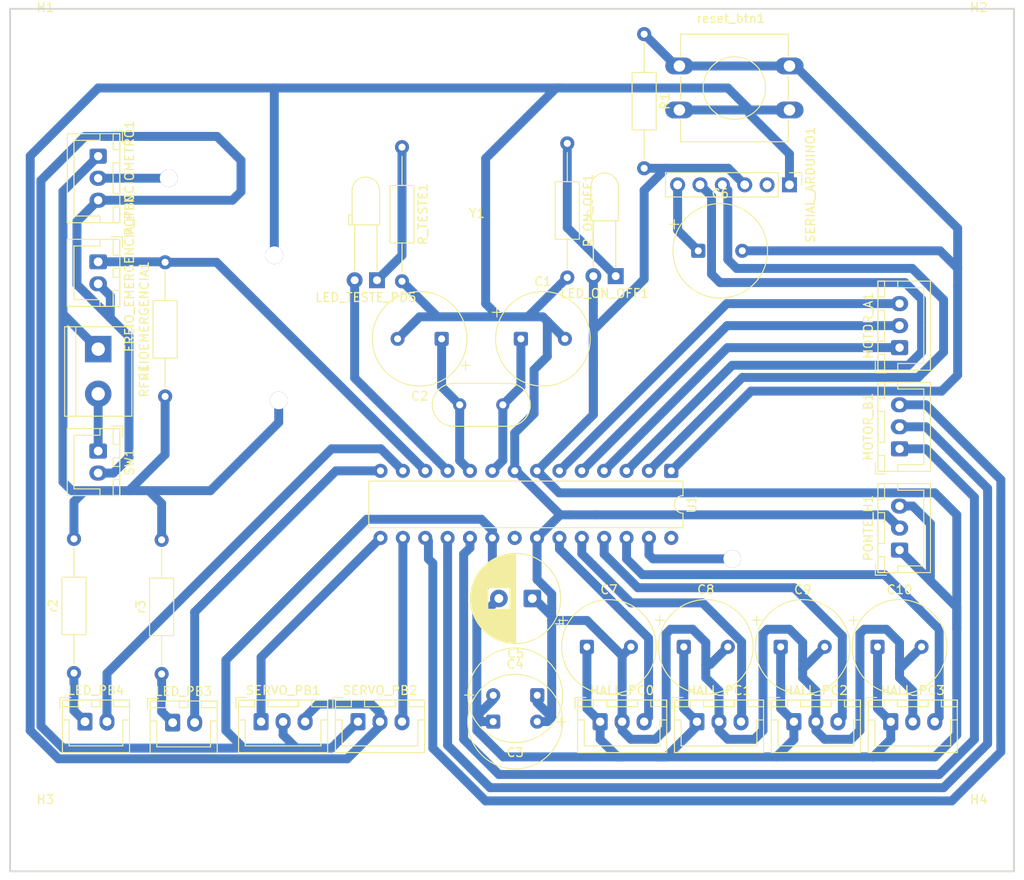
<source format=kicad_pcb>
(kicad_pcb (version 20241229) (generator "pcbnew") (generator_version "9.0")
  (layers (0 "F.Cu" signal) (2 "B.Cu" signal) (13 "F.Paste" user) (15 "B.Paste" user) (5 "F.SilkS" user "F.Silkscreen") (7 "B.SilkS" user "B.Silkscreen") (1 "F.Mask" user) (3 "B.Mask" user) (25 "Edge.Cuts" user))
  (net 0 "")
  (net 1 "VCC")
  (net 2 "GND")
  (net 3 "Net-(LED_PB4-K)")
  (net 4 "PINO_RESET")
  (net 5 "SVCC")
  (net 6 "Net-(LED_TESTE_PD5-K)")
  (net 7 "Net-(LED_ON_OFF1-K)")
  (net 8 "FREIO EMERGENCIA")
  (net 9 "Net-(LED_PB3-K)")
  (net 10 "SERVO1")
  (net 11 "RXD")
  (net 12 "PWM_MOTOR_1")
  (net 13 "HALL2")
  (net 14 "MOTOR B2")
  (net 15 "MOTOR A2")
  (net 16 "HALL3")
  (net 17 "MOTOR A1")
  (net 18 "POTENCIOMETRO")
  (net 19 "PWM_MOTOR_2")
  (net 20 "LED TESTE")
  (net 21 "HALL4")
  (net 22 "MOTOR B1")
  (net 23 "LED_VERDE_2")
  (net 24 "LED_VERDE_1")
  (net 25 "SERVO2")
  (net 26 "TXD")
  (net 27 "Net-(U1-XTAL1{slash}PB6)")
  (net 30 "HALL1")
  (net 31 "Net-(U1-XTAL2{slash}PB7)")
  (net 32 "Net-(SERIAL_ARDUINO1-Pin_6)")
  (footprint "MountingHole:MountingHole_3.2mm_M3" (layer "F.Cu") (at 279 122)
    (property "Reference" "H4")
    (property "Value" "MountingHole")
  )
  (footprint "MountingHole:MountingHole_3.2mm_M3" (layer "F.Cu") (at 173 122)
    (property "Reference" "H3")
    (property "Value" "MountingHole")
  )
  (footprint "Connector_JST:JST_XH_B2B-XH-A_1x02_P2.50mm_Vertical" (layer "F.Cu") (at 177.5 109)
    (property "Reference" "LED_PB4")
    (property "Value" "LED")
  )
  (footprint "Button_Switch_THT:SW_PUSH-12mm" (layer "F.Cu") (at 245 34.5)
    (property "Reference" "reset_btn1")
    (property "Value" "FREIO EMERGENCIA")
  )
  (footprint "Capacitor_THT:CP_Radial_Tantal_D10.5mm_P5.00mm" (layer "F.Cu") (at 218 65.5 180)
    (property "Reference" "C2")
    (property "Value" "22pF")
  )
  (footprint "Connector_JST:JST_XH_B3B-XH-A_1x03_P2.50mm_Vertical" (layer "F.Cu") (at 258 109)
    (property "Reference" "HALL_PC2")
    (property "Value" "Screw_Terminal_01x03")
  )
  (footprint "Package_DIP:DIP-28_W7.62mm" (layer "F.Cu") (at 244.08 80.5 -90)
    (property "Reference" "U1")
    (property "Value" "ATmega328P-P")
  )
  (footprint "Connector_JST:JST_XH_B2B-XH-A_1x02_P2.50mm_Vertical" (layer "F.Cu") (at 179 78.25 -90)
    (property "Reference" "SW1")
    (property "Value" "CHAVE ON/OFF")
  )
  (footprint "MountingHole:MountingHole_3.2mm_M3" (layer "F.Cu") (at 173 32)
    (property "Reference" "H1")
    (property "Value" "MountingHole")
  )
  (footprint "Resistor_THT:R_Axial_DIN0207_L6.3mm_D2.5mm_P15.24mm_Horizontal" (layer "F.Cu") (at 232.27 43.293291 -90)
    (property "Reference" "R_ON_OFF1")
    (property "Value" "RESISTOR LED ON OFF")
  )
  (footprint "Capacitor_THT:CP_Radial_Tantal_D10.5mm_P5.00mm" (layer "F.Cu") (at 247.141067 55.5)
    (property "Reference" "C6")
    (property "Value" "100nF")
  )
  (footprint "MountingHole:MountingHole_3.2mm_M3" (layer "F.Cu") (at 279 32)
    (property "Reference" "H2")
    (property "Value" "MountingHole")
  )
  (footprint "Connector_JST:JST_XH_B3B-XH-A_1x03_P2.50mm_Vertical" (layer "F.Cu") (at 247 109)
    (property "Reference" "HALL_PC1")
    (property "Value" "Screw_Terminal_01x03")
  )
  (footprint "Connector_JST:JST_XH_B3B-XH-A_1x03_P2.50mm_Vertical" (layer "F.Cu") (at 270 66.5 90)
    (property "Reference" "MOTOR_A1")
    (property "Value" "Screw_Terminal_01x03")
  )
  (footprint "TerminalBlock:TerminalBlock_bornier-2_P5.08mm" (layer "F.Cu") (at 179 66.67 -90)
    (property "Reference" "J1")
    (property "Value" "ENTRADA ENERGIA 5V")
  )
  (footprint "Capacitor_THT:CP_Radial_Tantal_D10.5mm_P5.00mm" (layer "F.Cu") (at 227 65.5)
    (property "Reference" "C1")
    (property "Value" "22pF")
  )
  (footprint "Resistor_THT:R_Axial_DIN0207_L6.3mm_D2.5mm_P15.24mm_Horizontal" (layer "F.Cu") (at 176.25 103.47 90)
    (property "Reference" "r2")
    (property "Value" "RESISTOR LED ON OFF")
  )
  (footprint "Resistor_THT:R_Axial_DIN0207_L6.3mm_D2.5mm_P15.24mm_Horizontal" (layer "F.Cu") (at 213.5 43.719065 -90)
    (property "Reference" "R_TESTE1")
    (property "Value" "RESISTOR LED TESTE")
  )
  (footprint "Connector_JST:JST_XH_B3B-XH-A_1x03_P2.50mm_Vertical" (layer "F.Cu") (at 197.5 109)
    (property "Reference" "SERVO_PB1")
    (property "Value" "Motor_Servo")
  )
  (footprint "Capacitor_THT:CP_Radial_Tantal_D10.5mm_P5.00mm" (layer "F.Cu") (at 256.5 100.5)
    (property "Reference" "C9")
    (property "Value" "100nF")
  )
  (footprint "Resistor_THT:R_Axial_DIN0207_L6.3mm_D2.5mm_P15.24mm_Horizontal" (layer "F.Cu") (at 186.60102 72.043062 90)
    (property "Reference" "RFREIOEMERGENCIA1")
    (property "Value" "10K")
  )
  (footprint "LED_THT:LED_D3.0mm_Horizontal_O6.35mm_Z2.0mm" (layer "F.Cu") (at 237.77 58.375 180)
    (property "Reference" "LED_ON_OFF1")
    (property "Value" "LED ARDUINO ON OFF")
  )
  (footprint "Connector_JST:JST_XH_B3B-XH-A_1x03_P2.50mm_Vertical" (layer "F.Cu") (at 270 89.5 90)
    (property "Reference" "PONTE_H1")
    (property "Value" "Screw_Terminal_01x03")
  )
  (footprint "LED_THT:LED_D3.0mm_Horizontal_O6.35mm_Z2.0mm" (layer "F.Cu") (at 210.662202 58.837798 180)
    (property "Reference" "LED_TESTE_PD5")
    (property "Value" "LED")
  )
  (footprint "Connector_PinHeader_2.54mm:PinHeader_1x06_P2.54mm_Vertical" (layer "F.Cu") (at 257.5 48 -90)
    (property "Reference" "SERIAL_ARDUINO1")
    (property "Value" "Screw_Terminal_01x06")
  )
  (footprint "Connector_JST:JST_XH_B3B-XH-A_1x03_P2.50mm_Vertical" (layer "F.Cu") (at 179 44.75 -90)
    (property "Reference" "POTENCIOMETRO1")
    (property "Value" "Screw_Terminal_01x03")
  )
  (footprint "Capacitor_THT:CP_Radial_Tantal_D10.5mm_P5.00mm" (layer "F.Cu") (at 228.858934 106 180)
    (property "Reference" "C3")
    (property "Value" "100nF")
  )
  (footprint "Resistor_THT:R_Axial_DIN0207_L6.3mm_D2.5mm_P15.24mm_Horizontal" (layer "F.Cu") (at 241 30.88 -90)
    (property "Reference" "R1")
    (property "Value" "10K")
  )
  (footprint "Capacitor_THT:CP_Radial_Tantal_D10.5mm_P5.00mm" (layer "F.Cu") (at 245.5 100.5)
    (property "Reference" "C8")
    (property "Value" "100nF")
  )
  (footprint "Connector_JST:JST_XH_B2B-XH-A_1x02_P2.50mm_Vertical" (layer "F.Cu") (at 179 56.75 -90)
    (property "Reference" "FREIO_EMERGENCIA_PB0")
    (property "Value" "FREIO EMERGENCIA")
  )
  (footprint "Connector_JST:JST_XH_B3B-XH-A_1x03_P2.50mm_Vertical" (layer "F.Cu") (at 236 109)
    (property "Reference" "HALL_PC0")
    (property "Value" "Screw_Terminal_01x03")
  )
  (footprint "Resistor_THT:R_Axial_DIN0207_L6.3mm_D2.5mm_P15.24mm_Horizontal" (layer "F.Cu") (at 186.207795 103.577829 90)
    (property "Reference" "r3")
    (property "Value" "RESISTOR LED ON OFF")
  )
  (footprint "Connector_JST:JST_XH_B2B-XH-A_1x02_P2.50mm_Vertical" (layer "F.Cu") (at 187.457795 109.107829)
    (property "Reference" "LED_PB3")
    (property "Value" "LED")
  )
  (footprint "Connector_JST:JST_XH_B3B-XH-A_1x03_P2.50mm_Vertical" (layer "F.Cu") (at 269 109)
    (property "Reference" "HALL_PC3")
    (property "Value" "Screw_Terminal_01x03")
  )
  (footprint "Crystal:Crystal_HC18-U_Vertical" (layer "F.Cu") (at 220.05 73)
    (property "Reference" "Y1")
    (property "Value" "Crystal")
  )
  (footprint "Capacitor_THT:CP_Radial_Tantal_D10.5mm_P5.00mm" (layer "F.Cu") (at 223.853625 108.990531)
    (property "Reference" "C4")
    (property "Value" "100nF")
  )
  (footprint "Connector_JST:JST_XH_B3B-XH-A_1x03_P2.50mm_Vertical" (layer "F.Cu") (at 208.5 109)
    (property "Reference" "SERVO_PB2")
    (property "Value" "Motor_Servo")
  )
  (footprint "Connector_JST:JST_XH_B3B-XH-A_1x03_P2.50mm_Vertical" (layer "F.Cu") (at 270 78 90)
    (property "Reference" "MOTOR_B1")
    (property "Value" "Screw_Terminal_01x03")
  )
  (footprint "Capacitor_THT:CP_Radial_Tantal_D10.5mm_P5.00mm" (layer "F.Cu") (at 234.5 100.5)
    (property "Reference" "C7")
    (property "Value" "100nF")
  )
  (footprint "Capacitor_THT:CP_Radial_D10.0mm_P3.80mm" (layer "F.Cu") (at 228.3 95 180)
    (property "Reference" "C5")
    (property "Value" "10uF")
  )
  (footprint "Capacitor_THT:CP_Radial_Tantal_D10.5mm_P5.00mm" (layer "F.Cu") (at 267.5 100.5)
    (property "Reference" "C10")
    (property "Value" "100nF")
  )
  (gr_rect (start 169 28) (end 283 126) (stroke (width 0.2)) (fill no) (layer "Edge.Cuts"))
  (segment (start 179 71.75) (end 179 78.25) (width 1.016) (layer "B.Cu") (net 1))
  (via (at 199 56) (size 2) (drill 2) (layers "F.Cu" "B.Cu") (net 2))
  (via (at 199.5 72.5) (size 2) (drill 2) (layers "F.Cu" "B.Cu") (net 2))
  (segment (start 199 37) (end 199 56) (width 1.016) (layer "B.Cu") (net 2))
  (segment (start 249.5 110) (end 250.5 111) (width 1.016) (layer "B.Cu") (net 2))
  (segment (start 210 107) (end 211 108) (width 1.016) (layer "B.Cu") (net 2))
  (segment (start 230 67.5) (end 230 63.5) (width 1.016) (layer "B.Cu") (net 2))
  (segment (start 231 37) (end 231.5 37) (width 1.016) (layer "B.Cu") (net 2))
  (segment (start 228.5 69) (end 228.5 74) (width 1.016) (layer "B.Cu") (net 2))
  (segment (start 226.46 80.5) (end 231.46 85.5) (width 1.016) (layer "B.Cu") (net 2))
  (segment (start 228.5 74) (end 226.3 76.2) (width 1.016) (layer "B.Cu") (net 2))
  (segment (start 174.495902 113.217) (end 171.283 110.004098) (width 1.016) (layer "B.Cu") (net 2))
  (segment (start 229 63) (end 228 63) (width 1.016) (layer "B.Cu") (net 2))
  (segment (start 265.5 99) (end 266 98.5) (width 1.016) (layer "B.Cu") (net 2))
  (segment (start 238.5 101.5) (end 239.5 100.5) (width 1.016) (layer "B.Cu") (net 2))
  (segment (start 248.5 102.5) (end 250.5 100.5) (width 1.016) (layer "B.Cu") (net 2))
  (segment (start 259 104) (end 259.75 104.75) (width 1.016) (layer "B.Cu") (net 2))
  (segment (start 213.5 58.959065) (end 217.5 62.959065) (width 1.016) (layer "B.Cu") (net 2))
  (segment (start 253 40) (end 257.5 44.5) (width 1.016) (layer "B.Cu") (net 2))
  (segment (start 228.5 69) (end 230 67.5) (width 1.016) (layer "B.Cu") (net 2))
  (segment (start 176 82.75) (end 177.5 82.75) (width 1.016) (layer "B.Cu") (net 2))
  (segment (start 223 61.5) (end 223 45) (width 1.016) (layer "B.Cu") (net 2))
  (segment (start 171.283 44.717) (end 179 37) (width 1.016) (layer "B.Cu") (net 2))
  (segment (start 211 108) (end 211 109) (width 1.016) (layer "B.Cu") (net 2))
  (segment (start 255 98.5) (end 257.5 98.5) (width 1.016) (layer "B.Cu") (net 2))
  (segment (start 257.5 44.5) (end 257.5 48) (width 1.016) (layer "B.Cu") (net 2))
  (segment (start 230.5 108.5) (end 230.5 97.5) (width 1.016) (layer "B.Cu") (net 2))
  (segment (start 248 102.5) (end 248 104) (width 1.016) (layer "B.Cu") (net 2))
  (segment (start 248 100) (end 248 102.5) (width 1.016) (layer "B.Cu") (net 2))
  (segment (start 270 100) (end 270 102) (width 1.016) (layer "B.Cu") (net 2))
  (segment (start 243.5 99) (end 244 98.5) (width 1.016) (layer "B.Cu") (net 2))
  (segment (start 257.5 98.5) (end 259 100) (width 1.016) (layer "B.Cu") (net 2))
  (segment (start 211 109.5) (end 207.283 113.217) (width 1.016) (layer "B.Cu") (net 2))
  (segment (start 228.84 88.12) (end 231.46 85.5) (width 1.016) (layer "B.Cu") (net 2))
  (segment (start 229.151646 61.651646) (end 228 62.803291) (width 1.016) (layer "B.Cu") (net 2))
  (segment (start 249 105) (end 249.5 105.5) (width 1.016) (layer "B.Cu") (net 2))
  (segment (start 244 98.5) (end 246.5 98.5) (width 1.016) (layer "B.Cu") (net 2))
  (segment (start 259 100) (end 259 102) (width 1.016) (layer "B.Cu") (net 2))
  (segment (start 182.5 82.75) (end 181 82.75) (width 1.016) (layer "B.Cu") (net 2))
  (segment (start 176.25 88.23) (end 176.25 84) (width 1.016) (layer "B.Cu") (net 2))
  (segment (start 248 104) (end 249 105) (width 1.016) (layer "B.Cu") (net 2))
  (segment (start 260.5 109) (end 260.5 110) (width 1.016) (layer "B.Cu") (net 2))
  (segment (start 217.5 62.959065) (end 217.5 63) (width 1.016) (layer "B.Cu") (net 2))
  (segment (start 171.283 110.004098) (end 171.283 44.717) (width 1.016) (layer "B.Cu") (net 2))
  (segment (start 268.5 98.5) (end 270 100) (width 1.016) (layer "B.Cu") (net 2))
  (segment (start 242.283 111) (end 243.5 109.783) (width 1.016) (layer "B.Cu") (net 2))
  (segment (start 261.5 111) (end 264.5 111) (width 1.016) (layer "B.Cu") (net 2))
  (segment (start 184.75 82.75) (end 183.5 82.75) (width 1.016) (layer "B.Cu") (net 2))
  (segment (start 272.5 100.5) (end 270 103) (width 1.016) (layer "B.Cu") (net 2))
  (segment (start 181 82.75) (end 177.5 82.75) (width 1.016) (layer "B.Cu") (net 2))
  (segment (start 175 62.67) (end 175 81.75) (width 1.016) (layer "B.Cu") (net 2))
  (segment (start 250.5 111) (end 253.5 111) (width 1.016) (layer "B.Cu") (net 2))
  (segment (start 228.5 95) (end 230.5 97) (width 1.016) (layer "B.Cu") (net 2))
  (segment (start 259.75 104.75) (end 260.5 105.5) (width 1.016) (layer "B.Cu") (net 2))
  (segment (start 199.5 75) (end 199.5 72.5) (width 1.016) (layer "B.Cu") (net 2))
  (segment (start 253 39.5) (end 245 39.5) (width 1.016) (layer "B.Cu") (net 2))
  (segment (start 230.5 94.5) (end 228.84 92.84) (width 1.016) (layer "B.Cu") (net 2))
  (segment (start 270 103.5) (end 270 104) (width 1.016) (layer "B.Cu") (net 2))
  (segment (start 238.5 110) (end 239.5 111) (width 1.016) (layer "B.Cu") (net 2))
  (segment (start 215.5 63) (end 213 65.5) (width 1.016) (layer "B.Cu") (net 2))
  (segment (start 228 62.803291) (end 228 63) (width 1.016) (layer "B.Cu") (net 2))
  (segment (start 228.858934 106.5) (end 228.858934 106.858934) (width 1.016) (layer "B.Cu") (net 2))
  (segment (start 230.5 97) (end 230.5 94.5) (width 1.016) (layer "B.Cu") (net 2))
  (segment (start 228.3 95) (end 228.5 95) (width 1.016) (layer "B.Cu") (net 2))
  (segment (start 230.5 97.5) (end 230.5 97) (width 1.016) (layer "B.Cu") (net 2))
  (segment (start 186.207795 84.207795) (end 184.75 82.75) (width 1.016) (layer "B.Cu") (net 2))
  (segment (start 259 102) (end 259 103) (width 1.016) (layer "B.Cu") (net 2))
  (segment (start 228 63) (end 223 63) (width 1.016) (layer "B.Cu") (net 2))
  (segment (start 217.5 63) (end 215.5 63) (width 1.016) (layer "B.Cu") (net 2))
  (segment (start 204 107) (end 210 107) (width 1.016) (layer "B.Cu") (net 2))
  (segment (start 234.5 97.5) (end 238.5 101.5) (width 1.016) (layer "B.Cu") (net 2))
  (segment (start 183.5 82.75) (end 191.75 82.75) (width 1.016) (layer "B.Cu") (net 2))
  (segment (start 249.5 105.5) (end 249.5 109) (width 1.016) (layer "B.Cu") (net 2))
  (segment (start 271.5 105.5) (end 271.5 109) (width 1.016) (layer "B.Cu") (net 2))
  (segment (start 270 102) (end 270 103.5) (width 1.016) (layer "B.Cu") (net 2))
  (segment (start 191.75 82.75) (end 199.5 75) (width 1.016) (layer "B.Cu") (net 2))
  (segment (start 186.60102 78.64898) (end 182.5 82.75) (width 1.016) (layer "B.Cu") (net 2))
  (segment (start 232.27 58.533291) (end 229.151646 61.651646) (width 1.016) (layer "B.Cu") (net 2))
  (segment (start 261.5 100.5) (end 259 103) (width 1.016) (layer "B.Cu") (net 2))
  (segment (start 254.495902 99.004098) (end 255 98.5) (width 1.016) (layer "B.Cu") (net 2))
  (segment (start 243.5 109.783) (end 243.5 99) (width 1.016) (layer "B.Cu") (net 2))
  (segment (start 231.46 85.5) (end 232.5 85.5) (width 1.016) (layer "B.Cu") (net 2))
  (segment (start 176.25 84) (end 177.5 82.75) (width 1.016) (layer "B.Cu") (net 2))
  (segment (start 224.5 63) (end 223 61.5) (width 1.016) (layer "B.Cu") (net 2))
  (segment (start 228.84 92.84) (end 228.84 88.12) (width 1.016) (layer "B.Cu") (net 2))
  (segment (start 249.5 109) (end 249.5 110) (width 1.016) (layer "B.Cu") (net 2))
  (segment (start 186.207795 88.337829) (end 186.207795 84.207795) (width 1.016) (layer "B.Cu") (net 2))
  (segment (start 230.009469 108.990531) (end 230.5 108.5) (width 1.016) (layer "B.Cu") (net 2))
  (segment (start 228.853625 108.990531) (end 230.009469 108.990531) (width 1.016) (layer "B.Cu") (net 2))
  (segment (start 175 62.67) (end 175 48.75) (width 1.016) (layer "B.Cu") (net 2))
  (segment (start 232.5 85.5) (end 235.5 85.5) (width 1.016) (layer "B.Cu") (net 2))
  (segment (start 270 104) (end 271.5 105.5) (width 1.016) (layer "B.Cu") (net 2))
  (segment (start 202.5 108.5) (end 204 107) (width 1.016) (layer "B.Cu") (net 2))
  (segment (start 260.5 110) (end 261.5 111) (width 1.016) (layer "B.Cu") (net 2))
  (segment (start 235.5 85.5) (end 268.5 85.5) (width 1.016) (layer "B.Cu") (net 2))
  (segment (start 253 39.5) (end 250.5 37) (width 1.016) (layer "B.Cu") (net 2))
  (segment (start 268.5 85.5) (end 270 87) (width 1.016) (layer "B.Cu") (net 2))
  (segment (start 179 37) (end 199 37) (width 1.016) (layer "B.Cu") (net 2))
  (segment (start 175 81.75) (end 176 82.75) (width 1.016) (layer "B.Cu") (net 2))
  (segment (start 239.5 111) (end 242.283 111) (width 1.016) (layer "B.Cu") (net 2))
  (segment (start 175 48.75) (end 179 44.75) (width 1.016) (layer "B.Cu") (net 2))
  (segment (start 259 103) (end 259 104) (width 1.016) (layer "B.Cu") (net 2))
  (segment (start 199 37) (end 231.5 37) (width 1.016) (layer "B.Cu") (net 2))
  (segment (start 232 65.5) (end 230 63.5) (width 1.016) (layer "B.Cu") (net 2))
  (segment (start 223 45) (end 231 37) (width 1.016) (layer "B.Cu") (net 2))
  (segment (start 238.5 109) (end 238.5 110) (width 1.016) (layer "B.Cu") (net 2))
  (segment (start 226.3 80.5) (end 226.46 80.5) (width 1.016) (layer "B.Cu") (net 2))
  (segment (start 246.5 98.5) (end 248 100) (width 1.016) (layer "B.Cu") (net 2))
  (segment (start 253 39.5) (end 253 40) (width 1.016) (layer "B.Cu") (net 2))
  (segment (start 183.5 82.75) (end 182.5 82.75) (width 1.016) (layer "B.Cu") (net 2))
  (segment (start 253.5 111) (end 254.495902 110.004098) (width 1.016) (layer "B.Cu") (net 2))
  (segment (start 270 103) (end 270 103.5) (width 1.016) (layer "B.Cu") (net 2))
  (segment (start 202.5 109) (end 202.5 108.5) (width 1.016) (layer "B.Cu") (net 2))
  (segment (start 266 98.5) (end 268.5 98.5) (width 1.016) (layer "B.Cu") (net 2))
  (segment (start 248 102.5) (end 248.5 102.5) (width 1.016) (layer "B.Cu") (net 2))
  (segment (start 257.5 39.5) (end 253 39.5) (width 1.016) (layer "B.Cu") (net 2))
  (segment (start 207.283 113.217) (end 174.495902 113.217) (width 1.016) (layer "B.Cu") (net 2))
  (segment (start 265.5 110) (end 265.5 99) (width 1.016) (layer "B.Cu") (net 2))
  (segment (start 211 109) (end 211 109.5) (width 1.016) (layer "B.Cu") (net 2))
  (segment (start 229.5 63) (end 229 63) (width 1.016) (layer "B.Cu") (net 2))
  (segment (start 254.495902 110.004098) (end 254.495902 99.004098) (width 1.016) (layer "B.Cu") (net 2))
  (segment (start 238.5 109) (end 238.5 101.5) (width 1.016) (layer "B.Cu") (net 2))
  (segment (start 223 63) (end 217.5 63) (width 1.016) (layer "B.Cu") (net 2))
  (segment (start 230.5 97.5) (end 234.5 97.5) (width 1.016) (layer "B.Cu") (net 2))
  (segment (start 231.5 37) (end 249 37) (width 1.016) (layer "B.Cu") (net 2))
  (segment (start 230 63.5) (end 229.5 63) (width 1.016) (layer "B.Cu") (net 2))
  (segment (start 226.3 76.2) (end 226.3 80.5) (width 1.016) (layer "B.Cu") (net 2))
  (segment (start 264.5 111) (end 265.5 110) (width 1.016) (layer "B.Cu") (net 2))
  (segment (start 250.5 37) (end 249 37) (width 1.016) (layer "B.Cu") (net 2))
  (segment (start 186.60102 72.043062) (end 186.60102 78.64898) (width 1.016) (layer "B.Cu") (net 2))
  (segment (start 228.858934 106.858934) (end 230.5 108.5) (width 1.016) (layer "B.Cu") (net 2))
  (segment (start 179 66.67) (end 175 62.67) (width 1.016) (layer "B.Cu") (net 2))
  (segment (start 260.5 105.5) (end 260.5 109) (width 1.016) (layer "B.Cu") (net 2))
  (segment (start 176.25 103.47) (end 176.25 107.75) (width 1.016) (layer "B.Cu") (net 3))
  (segment (start 176.25 107.75) (end 177.5 109) (width 1.016) (layer "B.Cu") (net 3))
  (segment (start 245 34.5) (end 244.62 34.5) (width 1.016) (layer "B.Cu") (net 4))
  (segment (start 245 34.5) (end 257.5 34.5) (width 1.016) (layer "B.Cu") (net 4))
  (segment (start 276.599 69.620684) (end 276.599 59.5) (width 1.016) (layer "B.Cu") (net 4))
  (segment (start 274.778684 71.441) (end 276.599 69.620684) (width 1.016) (layer "B.Cu") (net 4))
  (segment (start 257.5 34.5) (end 258.15 34.5) (width 1.016) (layer "B.Cu") (net 4))
  (segment (start 258.15 34.5) (end 276.599 52.949) (width 1.016) (layer "B.Cu") (net 4))
  (segment (start 244.62 34.5) (end 241 30.88) (width 1.016) (layer "B.Cu") (net 4))
  (segment (start 276.599 57.5) (end 276.599 59.5) (width 1.016) (layer "B.Cu") (net 4))
  (segment (start 253.139 71.441) (end 274.778684 71.441) (width 1.016) (layer "B.Cu") (net 4))
  (segment (start 244.08 80.5) (end 253.139 71.441) (width 1.016) (layer "B.Cu") (net 4))
  (segment (start 276.599 52.949) (end 276.599 57.5) (width 1.016) (layer "B.Cu") (net 4))
  (segment (start 252.141067 55.5) (end 274.599 55.5) (width 1.016) (layer "B.Cu") (net 4))
  (segment (start 274.599 55.5) (end 276.599 57.5) (width 1.016) (layer "B.Cu") (net 4))
  (segment (start 180.716 80.75) (end 179 80.75) (width 1.016) (layer "B.Cu") (net 5))
  (segment (start 201.5 112) (end 202 112) (width 1.016) (layer "B.Cu") (net 5))
  (segment (start 224.5 95) (end 222 97.5) (width 1.016) (layer "B.Cu") (net 5))
  (segment (start 225 113) (end 238.5 113) (width 1.016) (layer "B.Cu") (net 5))
  (segment (start 270 84.5) (end 271.5 84.5) (width 1.016) (layer "B.Cu") (net 5))
  (segment (start 234.42 74.92) (end 228.84 80.5) (width 1.016) (layer "B.Cu") (net 5))
  (segment (start 222 108.358934) (end 223.858934 106.5) (width 1.016) (layer "B.Cu") (net 5))
  (segment (start 236 111) (end 236 109) (width 1.016) (layer "B.Cu") (net 5))
  (segment (start 235.23 61.5) (end 235.23 64.5) (width 1.016) (layer "B.Cu") (net 5))
  (segment (start 195.5 112) (end 202 112) (width 1.016) (layer "B.Cu") (net 5))
  (segment (start 228.84 80.5) (end 231.34 83) (width 1.016) (layer "B.Cu") (net 5))
  (segment (start 223.76 88.12) (end 223.76 87.26) (width 1.016) (layer "B.Cu") (net 5))
  (segment (start 176.591644 59.341644) (end 180.375 63.125) (width 1.016) (layer "B.Cu") (net 5))
  (segment (start 172.5 109.5) (end 175 112) (width 1.016) (layer "B.Cu") (net 5))
  (segment (start 180.375 63.125) (end 182.5 65.25) (width 1.016) (layer "B.Cu") (net 5))
  (segment (start 245.5 100.5) (end 245.5 107.5) (width 1.016) (layer "B.Cu") (net 5))
  (segment (start 238 113) (end 236 111) (width 1.016) (layer "B.Cu") (net 5))
  (segment (start 176.591644 52.158356) (end 176.591644 59.341644) (width 1.016) (layer "B.Cu") (net 5))
  (segment (start 222.631597 108.990531) (end 223.853625 108.990531) (width 1.016) (layer "B.Cu") (net 5))
  (segment (start 267 113) (end 256 113) (width 1.016) (layer "B.Cu") (net 5))
  (segment (start 276.5 98.5) (end 276.5 110.5) (width 1.016) (layer "B.Cu") (net 5))
  (segment (start 238.5 113) (end 238 113) (width 1.016) (layer "B.Cu") (net 5))
  (segment (start 180.375 60.625) (end 180.375 63.125) (width 1.016) (layer "B.Cu") (net 5))
  (segment (start 200 109) (end 200 110.5) (width 1.016) (layer "B.Cu") (net 5))
  (segment (start 242.5 46.12) (end 241 46.12) (width 1.016) (layer "B.Cu") (net 5))
  (segment (start 250.54 46.12) (end 243.5 46.12) (width 1.016) (layer "B.Cu") (net 5))
  (segment (start 247 109.5) (end 243.5 113) (width 1.016) (layer "B.Cu") (net 5))
  (segment (start 179 49.75) (end 176.591644 52.158356) (width 1.016) (layer "B.Cu") (net 5))
  (segment (start 209.5 86) (end 193.5 102) (width 1.016) (layer "B.Cu") (net 5))
  (segment (start 175 112) (end 195.5 112) (width 1.016) (layer "B.Cu") (net 5))
  (segment (start 222 110) (end 225 113) (width 1.016) (layer "B.Cu") (net 5))
  (segment (start 205.5 112) (end 208.5 109) (width 1.016) (layer "B.Cu") (net 5))
  (segment (start 247 109) (end 247 109.5) (width 1.016) (layer "B.Cu") (net 5))
  (segment (start 195.217 45.217) (end 192.5 42.5) (width 1.016) (layer "B.Cu") (net 5))
  (segment (start 178.786842 59.25) (end 179 59.25) (width 1.016) (layer "B.Cu") (net 5))
  (segment (start 235.23 64.5) (end 235.23 68.5) (width 1.016) (layer "B.Cu") (net 5))
  (segment (start 235.23 74.11) (end 235.23 65.39) (width 1.016) (layer "B.Cu") (net 5))
  (segment (start 276.5 96) (end 276.5 98.5) (width 1.016) (layer "B.Cu") (net 5))
  (segment (start 258 109) (end 258 111) (width 1.016) (layer "B.Cu") (net 5))
  (segment (start 245.5 107.5) (end 247 109) (width 1.016) (layer "B.Cu") (net 5))
  (segment (start 182.5 65.25) (end 182.5 78.966) (width 1.016) (layer "B.Cu") (net 5))
  (segment (start 222 97.5) (end 222 108.358934) (width 1.016) (layer "B.Cu") (net 5))
  (segment (start 276.5 110.5) (end 274 113) (width 1.016) (layer "B.Cu") (net 5))
  (segment (start 234.5 100.5) (end 234.5 107.5) (width 1.016) (layer "B.Cu") (net 5))
  (segment (start 267.5 107.5) (end 269 109) (width 1.016) (layer "B.Cu") (net 5))
  (segment (start 195.217 48.783) (end 195.217 45.217) (width 1.016) (layer "B.Cu") (net 5))
  (segment (start 276.5 85.5) (end 276.5 98.5) (width 1.016) (layer "B.Cu") (net 5))
  (segment (start 267.5 100.5) (end 267.5 107.5) (width 1.016) (layer "B.Cu") (net 5))
  (segment (start 235.23 74.11) (end 234.42 74.92) (width 1.016) (layer "B.Cu") (net 5))
  (segment (start 223.76 92.74) (end 222 94.5) (width 1.016) (layer "B.Cu") (net 5))
  (segment (start 273.5 93) (end 276.5 96) (width 1.016) (layer "B.Cu") (net 5))
  (segment (start 241 58.73) (end 235.23 64.5) (width 1.016) (layer "B.Cu") (net 5))
  (segment (start 258 111) (end 256 113) (width 1.016) (layer "B.Cu") (net 5))
  (segment (start 274 83) (end 276.5 85.5) (width 1.016) (layer "B.Cu") (net 5))
  (segment (start 243.5 46.12) (end 241 48.62) (width 1.016) (layer "B.Cu") (net 5))
  (segment (start 182.5 78.966) (end 180.716 80.75) (width 1.016) (layer "B.Cu") (net 5))
  (segment (start 242.5 113) (end 238.5 113) (width 1.016) (layer "B.Cu") (net 5))
  (segment (start 222.5 86) (end 209.5 86) (width 1.016) (layer "B.Cu") (net 5))
  (segment (start 274 113) (end 267 113) (width 1.016) (layer "B.Cu") (net 5))
  (segment (start 256 113) (end 242.5 113) (width 1.016) (layer "B.Cu") (net 5))
  (segment (start 222 108.358934) (end 222 110) (width 1.016) (layer "B.Cu") (net 5))
  (segment (start 193.5 102) (end 193.5 110) (width 1.016) (layer "B.Cu") (net 5))
  (segment (start 224.5 95) (end 225 95) (width 1.016) (layer "B.Cu") (net 5))
  (segment (start 179 49.75) (end 194.25 49.75) (width 1.016) (layer "B.Cu") (net 5))
  (segment (start 252.42 48) (end 250.54 46.12) (width 1.016) (layer "B.Cu") (net 5))
  (segment (start 223.76 88.12) (end 223.76 92.74) (width 1.016) (layer "B.Cu") (net 5))
  (segment (start 243.5 46.12) (end 242.5 46.12) (width 1.016) (layer "B.Cu") (net 5))
  (segment (start 194.25 49.75) (end 195.217 48.783) (width 1.016) (layer "B.Cu") (net 5))
  (segment (start 223.76 87.26) (end 222.5 86) (width 1.016) (layer "B.Cu") (net 5))
  (segment (start 243.5 113) (end 242.5 113) (width 1.016) (layer "B.Cu") (net 5))
  (segment (start 241 48.62) (end 241 58.73) (width 1.016) (layer "B.Cu") (net 5))
  (segment (start 179 59.25) (end 180.375 60.625) (width 1.016) (layer "B.Cu") (net 5))
  (segment (start 235.23 68.5) (end 235.23 74.11) (width 1.016) (layer "B.Cu") (net 5))
  (segment (start 231.34 83) (end 274 83) (width 1.016) (layer "B.Cu") (net 5))
  (segment (start 222 94.5) (end 222 97.5) (width 1.016) (layer "B.Cu") (net 5))
  (segment (start 222 108.358934) (end 222.631597 108.990531) (width 1.016) (layer "B.Cu") (net 5))
  (segment (start 270 89.5) (end 276.5 96) (width 1.016) (layer "B.Cu") (net 5))
  (segment (start 235.23 58.375) (end 235.23 61.5) (width 1.016) (layer "B.Cu") (net 5))
  (segment (start 234.5 107.5) (end 236 109) (width 1.016) (layer "B.Cu") (net 5))
  (segment (start 200 110.5) (end 201.5 112) (width 1.016) (layer "B.Cu") (net 5))
  (segment (start 256.5 107.5) (end 258 109) (width 1.016) (layer "B.Cu") (net 5))
  (segment (start 172.5 47.5) (end 172.5 109.5) (width 1.016) (layer "B.Cu") (net 5))
  (segment (start 177.5 42.5) (end 172.5 47.5) (width 1.016) (layer "B.Cu") (net 5))
  (segment (start 193.5 110) (end 195.5 112) (width 1.016) (layer "B.Cu") (net 5))
  (segment (start 273.5 86.5) (end 273.5 93) (width 1.016) (layer "B.Cu") (net 5))
  (segment (start 269 111) (end 267 113) (width 1.016) (layer "B.Cu") (net 5))
  (segment (start 202 112) (end 205.5 112) (width 1.016) (layer "B.Cu") (net 5))
  (segment (start 256.5 100.5) (end 256.5 107.5) (width 1.016) (layer "B.Cu") (net 5))
  (segment (start 192.5 42.5) (end 177.5 42.5) (width 1.016) (layer "B.Cu") (net 5))
  (segment (start 269 109) (end 269 111) (width 1.016) (layer "B.Cu") (net 5))
  (segment (start 271.5 84.5) (end 273.5 86.5) (width 1.016) (layer "B.Cu") (net 5))
  (segment (start 213.5 43.719065) (end 213.5 56) (width 1.016) (layer "B.Cu") (net 6))
  (segment (start 213.5 56) (end 210.662202 58.837798) (width 1.016) (layer "B.Cu") (net 6))
  (segment (start 232.27 43.293291) (end 232.27 52.875) (width 1.016) (layer "B.Cu") (net 7))
  (segment (start 232.27 52.875) (end 237.77 58.375) (width 1.016) (layer "B.Cu") (net 7))
  (segment (start 186.547958 56.75) (end 186.60102 56.803062) (width 1.016) (layer "B.Cu") (net 8))
  (segment (start 192.443062 56.803062) (end 216.14 80.5) (width 1.016) (layer "B.Cu") (net 8))
  (segment (start 186.60102 56.803062) (end 192.443062 56.803062) (width 1.016) (layer "B.Cu") (net 8))
  (segment (start 179 56.75) (end 186.547958 56.75) (width 1.016) (layer "B.Cu") (net 8))
  (segment (start 186.207795 107.857829) (end 187.457795 109.107829) (width 1.016) (layer "B.Cu") (net 9))
  (segment (start 186.207795 103.577829) (end 186.207795 107.857829) (width 1.016) (layer "B.Cu") (net 9))
  (segment (start 197.5 109) (end 197.5 101.68) (width 1.016) (layer "B.Cu") (net 10))
  (segment (start 197.5 101.68) (end 211.06 88.12) (width 1.016) (layer "B.Cu") (net 10))
  (segment (start 239 80.5) (end 251 68.5) (width 1.016) (layer "B.Cu") (net 11))
  (segment (start 249.606451 59.106451) (end 248.650067 58.150067) (width 1.016) (layer "B.Cu") (net 11))
  (segment (start 272.5 67) (end 272.5 61) (width 1.016) (layer "B.Cu") (net 11))
  (segment (start 272.5 61) (end 270.606451 59.106451) (width 1.016) (layer "B.Cu") (net 11))
  (segment (start 270.606451 59.106451) (end 249.606451 59.106451) (width 1.016) (layer "B.Cu") (net 11))
  (segment (start 251 68.5) (end 271 68.5) (width 1.016) (layer "B.Cu") (net 11))
  (segment (start 248.650067 49.310067) (end 247.34 48) (width 1.016) (layer "B.Cu") (net 11))
  (segment (start 271 68.5) (end 272.5 67) (width 1.016) (layer "B.Cu") (net 11))
  (segment (start 248.650067 58.150067) (end 248.650067 49.310067) (width 1.016) (layer "B.Cu") (net 11))
  (segment (start 233.92 80.5) (end 250.42 64) (width 1.016) (layer "B.Cu") (net 12))
  (segment (start 250.42 64) (end 270 64) (width 1.016) (layer "B.Cu") (net 12))
  (segment (start 233.92 89.92) (end 239.5 95.5) (width 1.016) (layer "B.Cu") (net 13))
  (segment (start 239.5 95.5) (end 247.634049 95.5) (width 1.016) (layer "B.Cu") (net 13))
  (segment (start 252.067025 99.932975) (end 252.067025 108.932975) (width 1.016) (layer "B.Cu") (net 13))
  (segment (start 233.92 88.12) (end 233.92 89.92) (width 1.016) (layer "B.Cu") (net 13))
  (segment (start 247.634049 95.5) (end 252.067025 99.932975) (width 1.016) (layer "B.Cu") (net 13))
  (segment (start 252.067025 108.932975) (end 252 109) (width 1.016) (layer "B.Cu") (net 13))
  (segment (start 274.5 115) (end 278.5 111) (width 1.016) (layer "B.Cu") (net 14))
  (segment (start 221.22 88.12) (end 221.22 89.25137) (width 1.016) (layer "B.Cu") (net 14))
  (segment (start 278.5 111) (end 278.5 83.5) (width 1.016) (layer "B.Cu") (net 14))
  (segment (start 278.5 83.5) (end 273 78) (width 1.016) (layer "B.Cu") (net 14))
  (segment (start 221.22 89.25137) (end 220.5 89.97137) (width 1.016) (layer "B.Cu") (net 14))
  (segment (start 220.5 89.97137) (end 220.5 111) (width 1.016) (layer "B.Cu") (net 14))
  (segment (start 220.5 111) (end 224.5 115) (width 1.016) (layer "B.Cu") (net 14))
  (segment (start 273 78) (end 270 78) (width 1.016) (layer "B.Cu") (net 14))
  (segment (start 224.5 115) (end 274.5 115) (width 1.016) (layer "B.Cu") (net 14))
  (segment (start 250.38 61.5) (end 231.38 80.5) (width 1.016) (layer "B.Cu") (net 15))
  (segment (start 250.38 61.5) (end 270 61.5) (width 1.016) (layer "B.Cu") (net 15))
  (segment (start 263.5 99.25) (end 263.5 108.5) (width 1.016) (layer "B.Cu") (net 16))
  (segment (start 236.46 88.12) (end 236.46 89.96) (width 1.016) (layer "B.Cu") (net 16))
  (segment (start 240.283 93.783) (end 258.033 93.783) (width 1.016) (layer "B.Cu") (net 16))
  (segment (start 258.033 93.783) (end 263.5 99.25) (width 1.016) (layer "B.Cu") (net 16))
  (segment (start 263.5 108.5) (end 263 109) (width 1.016) (layer "B.Cu") (net 16))
  (segment (start 236.46 89.96) (end 240.283 93.783) (width 1.016) (layer "B.Cu") (net 16))
  (segment (start 250.46 66.5) (end 270 66.5) (width 1.016) (layer "B.Cu") (net 17))
  (segment (start 236.46 80.5) (end 250.46 66.5) (width 1.016) (layer "B.Cu") (net 17))
  (via (at 251 90.5) (size 2) (drill 2) (layers "F.Cu" "B.Cu") (net 18))
  (via (at 187 47.25) (size 2) (drill 2) (layers "F.Cu" "B.Cu") (net 18))
  (segment (start 242 90.5) (end 251 90.5) (width 1.016) (layer "B.Cu") (net 18))
  (segment (start 251 90.5) (end 251.5 90.5) (width 1.016) (layer "B.Cu") (net 18))
  (segment (start 179 47.25) (end 187 47.25) (width 1.016) (layer "B.Cu") (net 18))
  (segment (start 241.54 90.04) (end 242 90.5) (width 1.016) (layer "B.Cu") (net 18))
  (segment (start 241.54 88.04) (end 241.5 88) (width 1.016) (layer "B.Cu") (net 18))
  (segment (start 241.54 88.12) (end 241.54 88.04) (width 1.016) (layer "B.Cu") (net 18))
  (segment (start 241.54 88.12) (end 241.54 90.04) (width 1.016) (layer "B.Cu") (net 18))
  (segment (start 281.5 112.430274) (end 281.5 81.5) (width 1.016) (layer "B.Cu") (net 19))
  (segment (start 281.5 81.5) (end 273 73) (width 1.016) (layer "B.Cu") (net 19))
  (segment (start 223 118) (end 275.930274 118) (width 1.016) (layer "B.Cu") (net 19))
  (segment (start 216.5 88.48) (end 216.5 90.5) (width 1.016) (layer "B.Cu") (net 19))
  (segment (start 216.5 90.5) (end 217 91) (width 1.016) (layer "B.Cu") (net 19))
  (segment (start 216.14 88.12) (end 216.5 88.48) (width 1.016) (layer "B.Cu") (net 19))
  (segment (start 275.930274 118) (end 281.5 112.430274) (width 1.016) (layer "B.Cu") (net 19))
  (segment (start 217 112) (end 223 118) (width 1.016) (layer "B.Cu") (net 19))
  (segment (start 273 73) (end 270 73) (width 1.016) (layer "B.Cu") (net 19))
  (segment (start 217 91) (end 217 112) (width 1.016) (layer "B.Cu") (net 19))
  (segment (start 208.122202 58.837798) (end 208.122202 69.942202) (width 1.016) (layer "B.Cu") (net 20))
  (segment (start 208.122202 69.942202) (end 218.68 80.5) (width 1.016) (layer "B.Cu") (net 20))
  (segment (start 274.5 98.5) (end 274.5 108.5) (width 1.016) (layer "B.Cu") (net 21))
  (segment (start 240.796941 92.296941) (end 268.296941 92.296941) (width 1.016) (layer "B.Cu") (net 21))
  (segment (start 239 90.5) (end 240.796941 92.296941) (width 1.016) (layer "B.Cu") (net 21))
  (segment (start 274.5 108.5) (end 274 109) (width 1.016) (layer "B.Cu") (net 21))
  (segment (start 239 88.12) (end 239 90.5) (width 1.016) (layer "B.Cu") (net 21))
  (segment (start 268.296941 92.296941) (end 274.5 98.5) (width 1.016) (layer "B.Cu") (net 21))
  (segment (start 218.68 111.68) (end 223.5 116.5) (width 1.016) (layer "B.Cu") (net 22))
  (segment (start 269.5 75.5) (end 270 75.5) (width 1.016) (layer "B.Cu") (net 22))
  (segment (start 223.5 116.5) (end 275 116.5) (width 1.016) (layer "B.Cu") (net 22))
  (segment (start 280 82.5) (end 273 75.5) (width 1.016) (layer "B.Cu") (net 22))
  (segment (start 280 111.5) (end 280 82.5) (width 1.016) (layer "B.Cu") (net 22))
  (segment (start 275 116.5) (end 280 111.5) (width 1.016) (layer "B.Cu") (net 22))
  (segment (start 218.68 88.12) (end 218.68 111.68) (width 1.016) (layer "B.Cu") (net 22))
  (segment (start 273 75.5) (end 270 75.5) (width 1.016) (layer "B.Cu") (net 22))
  (segment (start 211.1 78) (end 213.6 80.5) (width 1.016) (layer "B.Cu") (net 23))
  (segment (start 180 109) (end 180 103.5) (width 1.016) (layer "B.Cu") (net 23))
  (segment (start 205.5 78) (end 211.1 78) (width 1.016) (layer "B.Cu") (net 23))
  (segment (start 180 103.5) (end 205.5 78) (width 1.016) (layer "B.Cu") (net 23))
  (segment (start 189.957795 109.107829) (end 189.957795 96.542205) (width 1.016) (layer "B.Cu") (net 24))
  (segment (start 189.957795 96.542205) (end 206 80.5) (width 1.016) (layer "B.Cu") (net 24))
  (segment (start 189.957795 109.320987) (end 189.957795 109.107829) (width 1.016) (layer "B.Cu") (net 24))
  (segment (start 206 80.5) (end 211.06 80.5) (width 1.016) (layer "B.Cu") (net 24))
  (segment (start 213.6 88.12) (end 213.6 108.9) (width 1.016) (layer "B.Cu") (net 25))
  (segment (start 213.6 108.9) (end 213.5 109) (width 1.016) (layer "B.Cu") (net 25))
  (segment (start 249.88 48) (end 250.5 48.62) (width 1.016) (layer "B.Cu") (net 26))
  (segment (start 252.151256 69.888744) (end 241.54 80.5) (width 1.016) (layer "B.Cu") (net 26))
  (segment (start 275 67) (end 272.111256 69.888744) (width 1.016) (layer "B.Cu") (net 26))
  (segment (start 275 61.06) (end 275 67) (width 1.016) (layer "B.Cu") (net 26))
  (segment (start 271.44 57.5) (end 275 61.06) (width 1.016) (layer "B.Cu") (net 26))
  (segment (start 250.5 56.5) (end 251.5 57.5) (width 1.016) (layer "B.Cu") (net 26))
  (segment (start 272.111256 69.888744) (end 252.151256 69.888744) (width 1.016) (layer "B.Cu") (net 26))
  (segment (start 251.5 57.5) (end 271.44 57.5) (width 1.016) (layer "B.Cu") (net 26))
  (segment (start 250.5 48.62) (end 250.5 56.5) (width 1.016) (layer "B.Cu") (net 26))
  (segment (start 227 65.5) (end 227 70.95) (width 1.016) (layer "B.Cu") (net 27))
  (segment (start 224.95 73) (end 224.95 79.31) (width 1.016) (layer "B.Cu") (net 27))
  (segment (start 227 70.95) (end 224.95 73) (width 1.016) (layer "B.Cu") (net 27))
  (segment (start 224.95 79.31) (end 223.76 80.5) (width 1.016) (layer "B.Cu") (net 27))
  (segment (start 231.38 89.38) (end 241.5 99.5) (width 1.016) (layer "B.Cu") (net 30))
  (segment (start 241.5 99.5) (end 241.5 108.5) (width 1.016) (layer "B.Cu") (net 30))
  (segment (start 241.5 108.5) (end 241 109) (width 1.016) (layer "B.Cu") (net 30))
  (segment (start 231.38 88.12) (end 231.38 89.38) (width 1.016) (layer "B.Cu") (net 30))
  (segment (start 220.05 73) (end 220.05 79.33) (width 1.016) (layer "B.Cu") (net 31))
  (segment (start 218 70.95) (end 220.05 73) (width 1.016) (layer "B.Cu") (net 31))
  (segment (start 218 65.5) (end 218 70.95) (width 1.016) (layer "B.Cu") (net 31))
  (segment (start 220.05 79.33) (end 221.22 80.5) (width 1.016) (layer "B.Cu") (net 31))
  (segment (start 244.8 48) (end 244.8 53.158933) (width 1.016) (layer "B.Cu") (net 32))
  (segment (start 244.8 53.158933) (end 247.141067 55.5) (width 1.016) (layer "B.Cu") (net 32))
)
</source>
